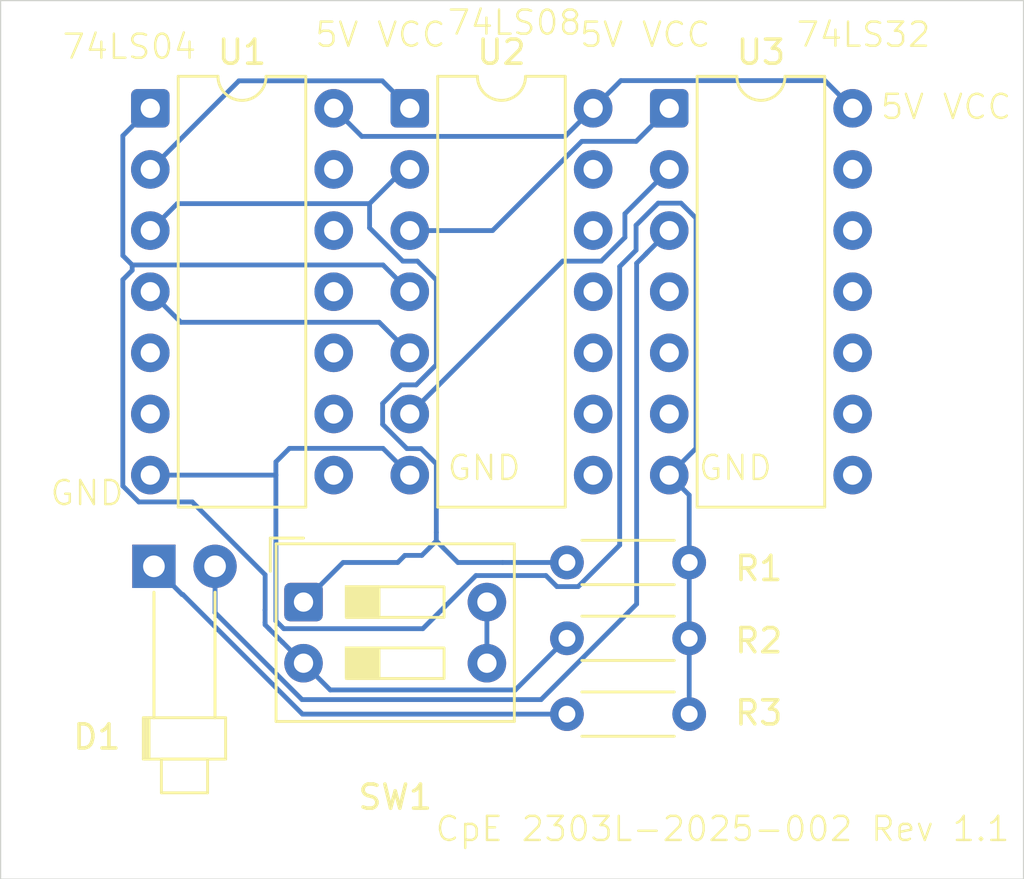
<source format=kicad_pcb>
(kicad_pcb (version 20241229) (generator "pcbnew") (generator_version "9.0")
  (layers (0 "F.Cu" signal) (2 "B.Cu" signal) (13 "F.Paste" user) (15 "B.Paste" user) (5 "F.SilkS" user "F.Silkscreen") (7 "B.SilkS" user "B.Silkscreen") (1 "F.Mask" user) (3 "B.Mask" user) (25 "Edge.Cuts" user))
  (net 0 "")
  (net 1 "Net-(D1-K)")
  (net 2 "Net-(D1-A)")
  (net 3 "Net-(R1-Pad1)")
  (net 4 "GND")
  (net 5 "Net-(R2-Pad1)")
  (net 6 "Net-(SW1-Pad3)")
  (net 11 "+5V")
  (net 16 "Net-(U1-Pad4)")
  (net 17 "Net-(U1-Pad2)")
  (net 22 "Net-(U2-Pad3)")
  (net 23 "Net-(U2-Pad6)")
  (footprint "LED_THT:LED_D1.8mm_W1.8mm_H2.4mm_Horizontal_O6.35mm_Z8.2mm" (layer "F.Cu") (at 174.87 122.005)
    (property "Reference" "D1" (at -2.37 7.09 0) (layer "F.SilkS"))
    (property "Value" "LED")
    (fp_line (start -0.44 6.29) (end -0.44 8.01) (stroke (width 0.12)) (layer "F.SilkS"))
    (fp_line (start -0.44 8.01) (end 2.98 8.01) (stroke (width 0.12)) (layer "F.SilkS"))
    (fp_line (start -0.32 6.29) (end -0.32 8.01) (stroke (width 0.12)) (layer "F.SilkS"))
    (fp_line (start -0.2 6.29) (end -0.2 8.01) (stroke (width 0.12)) (layer "F.SilkS"))
    (fp_line (start 0 1.08) (end 0 1.08) (stroke (width 0.12)) (layer "F.SilkS"))
    (fp_line (start 0 1.08) (end 0 6.29) (stroke (width 0.12)) (layer "F.SilkS"))
    (fp_line (start 0 6.29) (end 0 1.08) (stroke (width 0.12)) (layer "F.SilkS"))
    (fp_line (start 0 6.29) (end 0 6.29) (stroke (width 0.12)) (layer "F.SilkS"))
    (fp_line (start 0.31 8.01) (end 0.31 9.41) (stroke (width 0.12)) (layer "F.SilkS"))
    (fp_line (start 0.31 9.41) (end 2.23 9.41) (stroke (width 0.12)) (layer "F.SilkS"))
    (fp_line (start 2.23 8.01) (end 0.31 8.01) (stroke (width 0.12)) (layer "F.SilkS"))
    (fp_line (start 2.23 9.41) (end 2.23 8.01) (stroke (width 0.12)) (layer "F.SilkS"))
    (fp_line (start 2.54 1.08) (end 2.54 1.08) (stroke (width 0.12)) (layer "F.SilkS"))
    (fp_line (start 2.54 1.08) (end 2.54 6.29) (stroke (width 0.12)) (layer "F.SilkS"))
    (fp_line (start 2.54 6.29) (end 2.54 1.08) (stroke (width 0.12)) (layer "F.SilkS"))
    (fp_line (start 2.54 6.29) (end 2.54 6.29) (stroke (width 0.12)) (layer "F.SilkS"))
    (fp_line (start 2.98 6.29) (end -0.44 6.29) (stroke (width 0.12)) (layer "F.SilkS"))
    (fp_line (start 2.98 8.01) (end 2.98 6.29) (stroke (width 0.12)) (layer "F.SilkS"))
    (pad "1" thru_hole rect (at 0 0) (size 1.8 1.8) (drill 0.9) (layers "*.Cu" "*.Mask") (net 1 "Net-(D1-K)"))
    (pad "2" thru_hole circle (at 2.54 0) (size 1.8 1.8) (drill 0.9) (layers "*.Cu" "*.Mask") (net 2 "Net-(D1-A)"))
  )
  (footprint "Resistor_THT:R_Axial_DIN0204_L3.6mm_D1.6mm_P5.08mm_Horizontal" (layer "F.Cu") (at 192.03 128.145)
    (property "Reference" "R3" (at 7.97 -0.05 0) (layer "F.SilkS"))
    (property "Value" "100")
    (fp_line (start 0.62 -0.92) (end 4.46 -0.92) (stroke (width 0.12)) (layer "F.SilkS"))
    (fp_line (start 0.62 0.92) (end 4.46 0.92) (stroke (width 0.12)) (layer "F.SilkS"))
    (pad "1" thru_hole circle (at 0 0) (size 1.4 1.4) (drill 0.7) (layers "*.Cu" "*.Mask") (net 1 "Net-(D1-K)"))
    (pad "2" thru_hole circle (at 5.08 0) (size 1.4 1.4) (drill 0.7) (layers "*.Cu" "*.Mask") (net 4 "GND"))
  )
  (footprint "Resistor_THT:R_Axial_DIN0204_L3.6mm_D1.6mm_P5.08mm_Horizontal" (layer "F.Cu") (at 192.03 121.845)
    (property "Reference" "R1" (at 7.97 0.25 0) (layer "F.SilkS"))
    (property "Value" "100")
    (fp_line (start 0.62 -0.92) (end 4.46 -0.92) (stroke (width 0.12)) (layer "F.SilkS"))
    (fp_line (start 0.62 0.92) (end 4.46 0.92) (stroke (width 0.12)) (layer "F.SilkS"))
    (pad "1" thru_hole circle (at 0 0) (size 1.4 1.4) (drill 0.7) (layers "*.Cu" "*.Mask") (net 3 "Net-(R1-Pad1)"))
    (pad "2" thru_hole circle (at 5.08 0) (size 1.4 1.4) (drill 0.7) (layers "*.Cu" "*.Mask") (net 4 "GND"))
  )
  (footprint "Resistor_THT:R_Axial_DIN0204_L3.6mm_D1.6mm_P5.08mm_Horizontal" (layer "F.Cu") (at 192.03 124.995)
    (property "Reference" "R2" (at 7.97 0.1 0) (layer "F.SilkS"))
    (property "Value" "100")
    (fp_line (start 0.62 -0.92) (end 4.46 -0.92) (stroke (width 0.12)) (layer "F.SilkS"))
    (fp_line (start 0.62 0.92) (end 4.46 0.92) (stroke (width 0.12)) (layer "F.SilkS"))
    (pad "1" thru_hole circle (at 0 0) (size 1.4 1.4) (drill 0.7) (layers "*.Cu" "*.Mask") (net 5 "Net-(R2-Pad1)"))
    (pad "2" thru_hole circle (at 5.08 0) (size 1.4 1.4) (drill 0.7) (layers "*.Cu" "*.Mask") (net 4 "GND"))
  )
  (footprint "Package_DIP:DIP-14_W7.62mm" (layer "F.Cu") (at 196.28 102.975)
    (property "Reference" "U3" (at 3.81 -2.33 0) (layer "F.SilkS"))
    (property "Value" "74LS32")
    (fp_line (start 1.16 -1.33) (end 1.16 16.57) (stroke (width 0.12)) (layer "F.SilkS"))
    (fp_line (start 1.16 16.57) (end 6.46 16.57) (stroke (width 0.12)) (layer "F.SilkS"))
    (fp_line (start 2.81 -1.33) (end 1.16 -1.33) (stroke (width 0.12)) (layer "F.SilkS"))
    (fp_line (start 6.46 -1.33) (end 4.81 -1.33) (stroke (width 0.12)) (layer "F.SilkS"))
    (fp_line (start 6.46 16.57) (end 6.46 -1.33) (stroke (width 0.12)) (layer "F.SilkS"))
    (fp_arc (start 4.81 -1.33) (mid 3.81 -0.33) (end 2.81 -1.33) (stroke (width 0.12)) (layer "F.SilkS"))
    (pad "1" thru_hole roundrect (at 0 0) (size 1.6 1.6) (drill 0.8) (layers "*.Cu" "*.Mask") (roundrect_rratio 0.15625) (net 22 "Net-(U2-Pad3)"))
    (pad "2" thru_hole circle (at 0 2.54) (size 1.6 1.6) (drill 0.8) (layers "*.Cu" "*.Mask") (net 23 "Net-(U2-Pad6)"))
    (pad "3" thru_hole circle (at 0 5.08) (size 1.6 1.6) (drill 0.8) (layers "*.Cu" "*.Mask") (net 2 "Net-(D1-A)"))
    (pad "4" thru_hole circle (at 0 7.62) (size 1.6 1.6) (drill 0.8) (layers "*.Cu" "*.Mask"))
    (pad "5" thru_hole circle (at 0 10.16) (size 1.6 1.6) (drill 0.8) (layers "*.Cu" "*.Mask"))
    (pad "6" thru_hole circle (at 0 12.7) (size 1.6 1.6) (drill 0.8) (layers "*.Cu" "*.Mask"))
    (pad "7" thru_hole circle (at 0 15.24) (size 1.6 1.6) (drill 0.8) (layers "*.Cu" "*.Mask") (net 4 "GND"))
    (pad "8" thru_hole circle (at 7.62 15.24) (size 1.6 1.6) (drill 0.8) (layers "*.Cu" "*.Mask"))
    (pad "9" thru_hole circle (at 7.62 12.7) (size 1.6 1.6) (drill 0.8) (layers "*.Cu" "*.Mask"))
    (pad "10" thru_hole circle (at 7.62 10.16) (size 1.6 1.6) (drill 0.8) (layers "*.Cu" "*.Mask"))
    (pad "11" thru_hole circle (at 7.62 7.62) (size 1.6 1.6) (drill 0.8) (layers "*.Cu" "*.Mask"))
    (pad "12" thru_hole circle (at 7.62 5.08) (size 1.6 1.6) (drill 0.8) (layers "*.Cu" "*.Mask"))
    (pad "13" thru_hole circle (at 7.62 2.54) (size 1.6 1.6) (drill 0.8) (layers "*.Cu" "*.Mask"))
    (pad "14" thru_hole circle (at 7.62 0) (size 1.6 1.6) (drill 0.8) (layers "*.Cu" "*.Mask") (net 11 "+5V"))
  )
  (footprint "Package_DIP:DIP-14_W7.62mm" (layer "F.Cu") (at 174.72 102.975)
    (property "Reference" "U1" (at 3.81 -2.33 0) (layer "F.SilkS"))
    (property "Value" "74LS04")
    (fp_line (start 1.16 -1.33) (end 1.16 16.57) (stroke (width 0.12)) (layer "F.SilkS"))
    (fp_line (start 1.16 16.57) (end 6.46 16.57) (stroke (width 0.12)) (layer "F.SilkS"))
    (fp_line (start 2.81 -1.33) (end 1.16 -1.33) (stroke (width 0.12)) (layer "F.SilkS"))
    (fp_line (start 6.46 -1.33) (end 4.81 -1.33) (stroke (width 0.12)) (layer "F.SilkS"))
    (fp_line (start 6.46 16.57) (end 6.46 -1.33) (stroke (width 0.12)) (layer "F.SilkS"))
    (fp_arc (start 4.81 -1.33) (mid 3.81 -0.33) (end 2.81 -1.33) (stroke (width 0.12)) (layer "F.SilkS"))
    (pad "1" thru_hole roundrect (at 0 0) (size 1.6 1.6) (drill 0.8) (layers "*.Cu" "*.Mask") (roundrect_rratio 0.15625) (net 5 "Net-(R2-Pad1)"))
    (pad "2" thru_hole circle (at 0 2.54) (size 1.6 1.6) (drill 0.8) (layers "*.Cu" "*.Mask") (net 17 "Net-(U1-Pad2)"))
    (pad "3" thru_hole circle (at 0 5.08) (size 1.6 1.6) (drill 0.8) (layers "*.Cu" "*.Mask") (net 3 "Net-(R1-Pad1)"))
    (pad "4" thru_hole circle (at 0 7.62) (size 1.6 1.6) (drill 0.8) (layers "*.Cu" "*.Mask") (net 16 "Net-(U1-Pad4)"))
    (pad "5" thru_hole circle (at 0 10.16) (size 1.6 1.6) (drill 0.8) (layers "*.Cu" "*.Mask"))
    (pad "6" thru_hole circle (at 0 12.7) (size 1.6 1.6) (drill 0.8) (layers "*.Cu" "*.Mask"))
    (pad "7" thru_hole circle (at 0 15.24) (size 1.6 1.6) (drill 0.8) (layers "*.Cu" "*.Mask") (net 4 "GND"))
    (pad "8" thru_hole circle (at 7.62 15.24) (size 1.6 1.6) (drill 0.8) (layers "*.Cu" "*.Mask"))
    (pad "9" thru_hole circle (at 7.62 12.7) (size 1.6 1.6) (drill 0.8) (layers "*.Cu" "*.Mask"))
    (pad "10" thru_hole circle (at 7.62 10.16) (size 1.6 1.6) (drill 0.8) (layers "*.Cu" "*.Mask"))
    (pad "11" thru_hole circle (at 7.62 7.62) (size 1.6 1.6) (drill 0.8) (layers "*.Cu" "*.Mask"))
    (pad "12" thru_hole circle (at 7.62 5.08) (size 1.6 1.6) (drill 0.8) (layers "*.Cu" "*.Mask"))
    (pad "13" thru_hole circle (at 7.62 2.54) (size 1.6 1.6) (drill 0.8) (layers "*.Cu" "*.Mask"))
    (pad "14" thru_hole circle (at 7.62 0) (size 1.6 1.6) (drill 0.8) (layers "*.Cu" "*.Mask") (net 11 "+5V"))
  )
  (footprint "Package_DIP:DIP-14_W7.62mm" (layer "F.Cu") (at 185.5 102.975)
    (property "Reference" "U2" (at 3.81 -2.33 0) (layer "F.SilkS"))
    (property "Value" "74LS08")
    (fp_line (start 1.16 -1.33) (end 1.16 16.57) (stroke (width 0.12)) (layer "F.SilkS"))
    (fp_line (start 1.16 16.57) (end 6.46 16.57) (stroke (width 0.12)) (layer "F.SilkS"))
    (fp_line (start 2.81 -1.33) (end 1.16 -1.33) (stroke (width 0.12)) (layer "F.SilkS"))
    (fp_line (start 6.46 -1.33) (end 4.81 -1.33) (stroke (width 0.12)) (layer "F.SilkS"))
    (fp_line (start 6.46 16.57) (end 6.46 -1.33) (stroke (width 0.12)) (layer "F.SilkS"))
    (fp_arc (start 4.81 -1.33) (mid 3.81 -0.33) (end 2.81 -1.33) (stroke (width 0.12)) (layer "F.SilkS"))
    (pad "1" thru_hole roundrect (at 0 0) (size 1.6 1.6) (drill 0.8) (layers "*.Cu" "*.Mask") (roundrect_rratio 0.15625) (net 17 "Net-(U1-Pad2)"))
    (pad "2" thru_hole circle (at 0 2.54) (size 1.6 1.6) (drill 0.8) (layers "*.Cu" "*.Mask") (net 3 "Net-(R1-Pad1)"))
    (pad "3" thru_hole circle (at 0 5.08) (size 1.6 1.6) (drill 0.8) (layers "*.Cu" "*.Mask") (net 22 "Net-(U2-Pad3)"))
    (pad "4" thru_hole circle (at 0 7.62) (size 1.6 1.6) (drill 0.8) (layers "*.Cu" "*.Mask") (net 5 "Net-(R2-Pad1)"))
    (pad "5" thru_hole circle (at 0 10.16) (size 1.6 1.6) (drill 0.8) (layers "*.Cu" "*.Mask") (net 16 "Net-(U1-Pad4)"))
    (pad "6" thru_hole circle (at 0 12.7) (size 1.6 1.6) (drill 0.8) (layers "*.Cu" "*.Mask") (net 23 "Net-(U2-Pad6)"))
    (pad "7" thru_hole circle (at 0 15.24) (size 1.6 1.6) (drill 0.8) (layers "*.Cu" "*.Mask") (net 4 "GND"))
    (pad "8" thru_hole circle (at 7.62 15.24) (size 1.6 1.6) (drill 0.8) (layers "*.Cu" "*.Mask"))
    (pad "9" thru_hole circle (at 7.62 12.7) (size 1.6 1.6) (drill 0.8) (layers "*.Cu" "*.Mask"))
    (pad "10" thru_hole circle (at 7.62 10.16) (size 1.6 1.6) (drill 0.8) (layers "*.Cu" "*.Mask"))
    (pad "11" thru_hole circle (at 7.62 7.62) (size 1.6 1.6) (drill 0.8) (layers "*.Cu" "*.Mask"))
    (pad "12" thru_hole circle (at 7.62 5.08) (size 1.6 1.6) (drill 0.8) (layers "*.Cu" "*.Mask"))
    (pad "13" thru_hole circle (at 7.62 2.54) (size 1.6 1.6) (drill 0.8) (layers "*.Cu" "*.Mask"))
    (pad "14" thru_hole circle (at 7.62 0) (size 1.6 1.6) (drill 0.8) (layers "*.Cu" "*.Mask") (net 11 "+5V"))
  )
  (footprint "Button_Switch_THT:SW_DIP_SPSTx02_Slide_9.78x7.26mm_W7.62mm_P2.54mm" (layer "F.Cu") (at 181.085 123.49)
    (property "Reference" "SW1" (at 3.81 8.105 0) (layer "F.SilkS"))
    (property "Value" "SW_DIP_x02")
    (fp_line (start -1.38 -2.66) (end -1.38 -1.277) (stroke (width 0.12)) (layer "F.SilkS"))
    (fp_line (start -1.38 -2.66) (end 0.003 -2.66) (stroke (width 0.12)) (layer "F.SilkS"))
    (fp_line (start -1.14 -2.42) (end -1.14 4.96) (stroke (width 0.12)) (layer "F.SilkS"))
    (fp_line (start -1.14 -2.42) (end 8.76 -2.42) (stroke (width 0.12)) (layer "F.SilkS"))
    (fp_line (start -1.14 4.96) (end 8.76 4.96) (stroke (width 0.12)) (layer "F.SilkS"))
    (fp_line (start 3.133333 -0.635) (end 3.133333 0.635) (stroke (width 0.12)) (layer "F.SilkS"))
    (fp_line (start 3.133333 1.905) (end 3.133333 3.175) (stroke (width 0.12)) (layer "F.SilkS"))
    (fp_line (start 8.76 -2.42) (end 8.76 4.96) (stroke (width 0.12)) (layer "F.SilkS"))
    (fp_rect (start 1.78 -0.635) (end 3.133333 0.635) (stroke (width 0.12)) (fill yes) (layer "F.SilkS"))
    (fp_rect (start 1.78 -0.635) (end 5.84 0.635) (stroke (width 0.12)) (fill no) (layer "F.SilkS"))
    (fp_rect (start 1.78 1.905) (end 3.133333 3.175) (stroke (width 0.12)) (fill yes) (layer "F.SilkS"))
    (fp_rect (start 1.78 1.905) (end 5.84 3.175) (stroke (width 0.12)) (fill no) (layer "F.SilkS"))
    (pad "1" thru_hole roundrect (at 0 0) (size 1.6 1.6) (drill 0.8) (layers "*.Cu" "*.Mask") (roundrect_rratio 0.15625) (net 3 "Net-(R1-Pad1)"))
    (pad "2" thru_hole circle (at 0 2.54) (size 1.6 1.6) (drill 0.8) (layers "*.Cu" "*.Mask") (net 5 "Net-(R2-Pad1)"))
    (pad "3" thru_hole circle (at 7.62 2.54) (size 1.6 1.6) (drill 0.8) (layers "*.Cu" "*.Mask") (net 6 "Net-(SW1-Pad3)"))
    (pad "4" thru_hole circle (at 7.62 0) (size 1.6 1.6) (drill 0.8) (layers "*.Cu" "*.Mask") (net 6 "Net-(SW1-Pad3)"))
  )
  (gr_rect (start 168.5 98.5) (end 211 135) (stroke (width 0.05)) (fill no) (layer "Edge.Cuts"))
  (gr_text "GND" (at 197.44 118.5 0) (layer "F.SilkS") (effects (font (size 1 1) (thickness 0.1)) (justify left bottom)))
  (gr_text "74LS32" (at 201.5 100.5 0) (layer "F.SilkS") (effects (font (size 1 1) (thickness 0.1)) (justify left bottom)))
  (gr_text "5V VCC" (at 205 103.5 0) (layer "F.SilkS") (effects (font (size 1 1) (thickness 0.1)) (justify left bottom)))
  (gr_text "GND" (at 170.5 119.545 0) (layer "F.SilkS") (effects (font (size 1 1) (thickness 0.1)) (justify left bottom)))
  (gr_text "5V VCC" (at 192.5 100.5 0) (layer "F.SilkS") (effects (font (size 1 1) (thickness 0.1)) (justify left bottom)))
  (gr_text "5V VCC" (at 181.5 100.5 0) (layer "F.SilkS") (effects (font (size 1 1) (thickness 0.1)) (justify left bottom)))
  (gr_text "CpE 2303L-2025-002 Rev 1.1" (at 186.5 133.5 0) (layer "F.SilkS") (effects (font (size 1 1) (thickness 0.1)) (justify left bottom)))
  (gr_text "74LS08" (at 187 100 0) (layer "F.SilkS") (effects (font (size 1 1) (thickness 0.1)) (justify left bottom)))
  (gr_text "74LS04" (at 171 101 0) (layer "F.SilkS") (effects (font (size 1 1) (thickness 0.1)) (justify left bottom)))
  (gr_text "GND" (at 187 118.5 0) (layer "F.SilkS") (effects (font (size 1 1) (thickness 0.1)) (justify left bottom)))
  (segment (start 181.0407 128.145) (end 192.03 128.145) (width 0.2) (layer "B.Cu") (net 1))
  (segment (start 176.041 123.176) (end 176.0717 123.176) (width 0.2) (layer "B.Cu") (net 1))
  (segment (start 176.0717 123.176) (end 181.0407 128.145) (width 0.2) (layer "B.Cu") (net 1))
  (segment (start 174.87 122.005) (end 176.041 123.176) (width 0.2) (layer "B.Cu") (net 1))
  (segment (start 177.41 123.9285) (end 181.0234 127.5419) (width 0.2) (layer "B.Cu") (net 2))
  (segment (start 194.9258 123.5723) (end 194.9258 109.4134) (width 0.2) (layer "B.Cu") (net 2))
  (segment (start 195.3668 108.9682) (end 196.28 108.055) (width 0.2) (layer "B.Cu") (net 2))
  (segment (start 195.3044 109.0327) (end 195.3668 108.9703) (width 0.2) (layer "B.Cu") (net 2))
  (segment (start 177.41 122.005) (end 177.41 123.9285) (width 0.2) (layer "B.Cu") (net 2))
  (segment (start 195.3668 108.9703) (end 195.3668 108.9682) (width 0.2) (layer "B.Cu") (net 2))
  (segment (start 181.0234 127.5419) (end 190.9562 127.5419) (width 0.2) (layer "B.Cu") (net 2))
  (segment (start 195.3044 109.0348) (end 195.3044 109.0327) (width 0.2) (layer "B.Cu") (net 2))
  (segment (start 194.9258 109.4134) (end 195.3044 109.0348) (width 0.2) (layer "B.Cu") (net 2))
  (segment (start 190.9562 127.5419) (end 194.9258 123.5723) (width 0.2) (layer "B.Cu") (net 2))
  (segment (start 185.7679 114.4661) (end 185.1454 114.4661) (width 0.2) (layer "B.Cu") (net 3))
  (segment (start 185.294 121.551) (end 185 121.845) (width 0.2) (layer "B.Cu") (net 3))
  (segment (start 187.5 121.845) (end 186.603 120.948) (width 0.2) (layer "B.Cu") (net 3))
  (segment (start 185.2505 105.515) (end 185.5 105.515) (width 0.2) (layer "B.Cu") (net 3))
  (segment (start 185.212 109.325) (end 185.8193 109.325) (width 0.2) (layer "B.Cu") (net 3))
  (segment (start 184.3731 115.2384) (end 184.3731 116.1061) (width 0.2) (layer "B.Cu") (net 3))
  (segment (start 185.1454 114.4661) (end 184.3731 115.2384) (width 0.2) (layer "B.Cu") (net 3))
  (segment (start 186.6045 110.1102) (end 186.6045 113.6295) (width 0.2) (layer "B.Cu") (net 3))
  (segment (start 186 121.551) (end 186.603 120.948) (width 0.2) (layer "B.Cu") (net 3))
  (segment (start 185.8193 109.325) (end 186.6045 110.1102) (width 0.2) (layer "B.Cu") (net 3))
  (segment (start 189.3604 121.845) (end 187.5 121.845) (width 0.2) (layer "B.Cu") (net 3))
  (segment (start 174.72 108.055) (end 175.8397 106.9353) (width 0.2) (layer "B.Cu") (net 3))
  (segment (start 186.6045 113.6295) (end 185.7679 114.4661) (width 0.2) (layer "B.Cu") (net 3))
  (segment (start 175.8397 106.9353) (end 183.8302 106.9353) (width 0.2) (layer "B.Cu") (net 3))
  (segment (start 186.603 117.7496) (end 186.603 120.595) (width 0.2) (layer "B.Cu") (net 3))
  (segment (start 183.8302 106.9353) (end 185.2505 105.515) (width 0.2) (layer "B.Cu") (net 3))
  (segment (start 182.73 121.845) (end 181.085 123.49) (width 0.2) (layer "B.Cu") (net 3))
  (segment (start 185 121.845) (end 182.73 121.845) (width 0.2) (layer "B.Cu") (net 3))
  (segment (start 186 121.551) (end 185.294 121.551) (width 0.2) (layer "B.Cu") (net 3))
  (segment (start 185.3803 117.1133) (end 185.9667 117.1133) (width 0.2) (layer "B.Cu") (net 3))
  (segment (start 184.3731 116.1061) (end 185.3803 117.1133) (width 0.2) (layer "B.Cu") (net 3))
  (segment (start 192.03 121.845) (end 189.3604 121.845) (width 0.2) (layer "B.Cu") (net 3))
  (segment (start 183.8302 106.9353) (end 183.8302 107.9432) (width 0.2) (layer "B.Cu") (net 3))
  (segment (start 185.9667 117.1133) (end 186.603 117.7496) (width 0.2) (layer "B.Cu") (net 3))
  (segment (start 183.8302 107.9432) (end 185.212 109.325) (width 0.2) (layer "B.Cu") (net 3))
  (segment (start 186.603 120.948) (end 186.603 120.595) (width 0.2) (layer "B.Cu") (net 3))
  (segment (start 191.1567 122.3883) (end 191.6151 122.8467) (width 0.2) (layer "B.Cu") (net 4))
  (segment (start 197.11 121.845) (end 197.11 119.045) (width 0.2) (layer "B.Cu") (net 4))
  (segment (start 180.5 117.1037) (end 184.3887 117.1037) (width 0.2) (layer "B.Cu") (net 4))
  (segment (start 184.3887 117.1037) (end 185.5 118.215) (width 0.2) (layer "B.Cu") (net 4))
  (segment (start 179.9376 117.6661) (end 179.9376 118.215) (width 0.2) (layer "B.Cu") (net 4))
  (segment (start 194.9027 108.8685) (end 194.9027 107.833) (width 0.2) (layer "B.Cu") (net 4))
  (segment (start 197.11 124.995) (end 197.11 121.845) (width 0.2) (layer "B.Cu") (net 4))
  (segment (start 197.11 119.045) (end 196.28 118.215) (width 0.2) (layer "B.Cu") (net 4))
  (segment (start 188.2487 122.3883) (end 191.1567 122.3883) (width 0.2) (layer "B.Cu") (net 4))
  (segment (start 197.3937 107.5385) (end 197.3937 117.1013) (width 0.2) (layer "B.Cu") (net 4))
  (segment (start 196.7712 106.916) (end 197.3937 107.5385) (width 0.2) (layer "B.Cu") (net 4))
  (segment (start 194.2217 109.5495) (end 194.9027 108.8685) (width 0.2) (layer "B.Cu") (net 4))
  (segment (start 197.11 128.145) (end 197.11 124.995) (width 0.2) (layer "B.Cu") (net 4))
  (segment (start 180.5 117.1037) (end 179.9376 117.6661) (width 0.2) (layer "B.Cu") (net 4))
  (segment (start 195.8197 106.916) (end 196.7712 106.916) (width 0.2) (layer "B.Cu") (net 4))
  (segment (start 179.9376 118.215) (end 179.9376 124.2693) (width 0.2) (layer "B.Cu") (net 4))
  (segment (start 194.2217 121.1236) (end 194.2217 109.5495) (width 0.2) (layer "B.Cu") (net 4))
  (segment (start 191.6151 122.8467) (end 192.4986 122.8467) (width 0.2) (layer "B.Cu") (net 4))
  (segment (start 192.4986 122.8467) (end 194.2217 121.1236) (width 0.2) (layer "B.Cu") (net 4))
  (segment (start 180.2638 124.5955) (end 186.0415 124.5955) (width 0.2) (layer "B.Cu") (net 4))
  (segment (start 194.9027 107.833) (end 195.8197 106.916) (width 0.2) (layer "B.Cu") (net 4))
  (segment (start 197.3937 117.1013) (end 196.28 118.215) (width 0.2) (layer "B.Cu") (net 4))
  (segment (start 179.9376 124.2693) (end 180.2638 124.5955) (width 0.2) (layer "B.Cu") (net 4))
  (segment (start 186.0415 124.5955) (end 188.2487 122.3883) (width 0.2) (layer "B.Cu") (net 4))
  (segment (start 174.72 118.215) (end 179.9376 118.215) (width 0.2) (layer "B.Cu") (net 4))
  (segment (start 179.4896 124.3419) (end 179.4911 124.3434) (width 0.2) (layer "B.Cu") (net 5))
  (segment (start 179.6576 124.6047) (end 180.2151 125.1622) (width 0.2) (layer "B.Cu") (net 5))
  (segment (start 176.4636 119.3296) (end 179.4911 122.3571) (width 0.2) (layer "B.Cu") (net 5))
  (segment (start 180.2172 125.1622) (end 181.085 126.03) (width 0.2) (layer "B.Cu") (net 5))
  (segment (start 179.4911 122.3571) (end 179.4911 123.8172) (width 0.2) (layer "B.Cu") (net 5))
  (segment (start 173.5783 110.095) (end 173.5783 118.666) (width 0.2) (layer "B.Cu") (net 5))
  (segment (start 179.6576 124.6026) (end 179.6576 124.6047) (width 0.2) (layer "B.Cu") (net 5))
  (segment (start 173.967 109.7063) (end 173.5783 110.095) (width 0.2) (layer "B.Cu") (net 5))
  (segment (start 173.967 109.4837) (end 173.967 109.7063) (width 0.2) (layer "B.Cu") (net 5))
  (segment (start 173.5783 109.095) (end 173.967 109.4837) (width 0.2) (layer "B.Cu") (net 5))
  (segment (start 174.2419 119.3296) (end 176.4636 119.3296) (width 0.2) (layer "B.Cu") (net 5))
  (segment (start 184.3887 109.4837) (end 185.5 110.595) (width 0.2) (layer "B.Cu") (net 5))
  (segment (start 173.5783 104.1167) (end 174.72 102.975) (width 0.2) (layer "B.Cu") (net 5))
  (segment (start 173.967 109.4837) (end 184.3887 109.4837) (width 0.2) (layer "B.Cu") (net 5))
  (segment (start 192.03 124.995) (end 189.8848 127.1402) (width 0.2) (layer "B.Cu") (net 5))
  (segment (start 173.5783 118.666) (end 174.2419 119.3296) (width 0.2) (layer "B.Cu") (net 5))
  (segment (start 173.5783 104.1167) (end 173.5783 109.095) (width 0.2) (layer "B.Cu") (net 5))
  (segment (start 182.1952 127.1402) (end 181.085 126.03) (width 0.2) (layer "B.Cu") (net 5))
  (segment (start 180.2151 125.1622) (end 180.2172 125.1622) (width 0.2) (layer "B.Cu") (net 5))
  (segment (start 179.4896 123.8187) (end 179.4896 124.3419) (width 0.2) (layer "B.Cu") (net 5))
  (segment (start 179.4911 124.4361) (end 179.6576 124.6026) (width 0.2) (layer "B.Cu") (net 5))
  (segment (start 179.4911 123.8172) (end 179.4896 123.8187) (width 0.2) (layer "B.Cu") (net 5))
  (segment (start 179.4911 124.3434) (end 179.4911 124.4361) (width 0.2) (layer "B.Cu") (net 5))
  (segment (start 189.8848 127.1402) (end 182.1952 127.1402) (width 0.2) (layer "B.Cu") (net 5))
  (segment (start 188.705 123.49) (end 188.705 126.03) (width 0.2) (layer "B.Cu") (net 6))
  (segment (start 191.9528 104.1422) (end 193.12 102.975) (width 0.2) (layer "B.Cu") (net 11))
  (segment (start 194.2704 101.8246) (end 202.7496 101.8246) (width 0.2) (layer "B.Cu") (net 11))
  (segment (start 193.12 102.975) (end 194.2704 101.8246) (width 0.2) (layer "B.Cu") (net 11))
  (segment (start 202.7496 101.8246) (end 203.9 102.975) (width 0.2) (layer "B.Cu") (net 11))
  (segment (start 183.5072 104.1422) (end 191.9528 104.1422) (width 0.2) (layer "B.Cu") (net 11))
  (segment (start 182.34 102.975) (end 183.5072 104.1422) (width 0.2) (layer "B.Cu") (net 11))
  (segment (start 175.99 111.865) (end 184.23 111.865) (width 0.2) (layer "B.Cu") (net 16))
  (segment (start 184.23 111.865) (end 185.5 113.135) (width 0.2) (layer "B.Cu") (net 16))
  (segment (start 174.72 110.595) (end 175.99 111.865) (width 0.2) (layer "B.Cu") (net 16))
  (segment (start 174.72 105.515) (end 178.4013 101.8337) (width 0.2) (layer "B.Cu") (net 17))
  (segment (start 184.3587 101.8337) (end 185.5 102.975) (width 0.2) (layer "B.Cu") (net 17))
  (segment (start 178.4013 101.8337) (end 184.3587 101.8337) (width 0.2) (layer "B.Cu") (net 17))
  (segment (start 196.28 102.975) (end 194.907 104.348) (width 0.2) (layer "B.Cu") (net 22))
  (segment (start 192.6462 104.348) (end 188.9392 108.055) (width 0.2) (layer "B.Cu") (net 22))
  (segment (start 188.9392 108.055) (end 185.5 108.055) (width 0.2) (layer "B.Cu") (net 22))
  (segment (start 194.907 104.348) (end 192.6462 104.348) (width 0.2) (layer "B.Cu") (net 22))
  (segment (start 194.4386 108.3406) (end 194.4386 107.3564) (width 0.2) (layer "B.Cu") (net 23))
  (segment (start 185.5 115.675) (end 191.85 109.325) (width 0.2) (layer "B.Cu") (net 23))
  (segment (start 193.4542 109.325) (end 194.4386 108.3406) (width 0.2) (layer "B.Cu") (net 23))
  (segment (start 194.4386 107.3564) (end 196.28 105.515) (width 0.2) (layer "B.Cu") (net 23))
  (segment (start 191.85 109.325) (end 193.4542 109.325) (width 0.2) (layer "B.Cu") (net 23))
)
</source>
